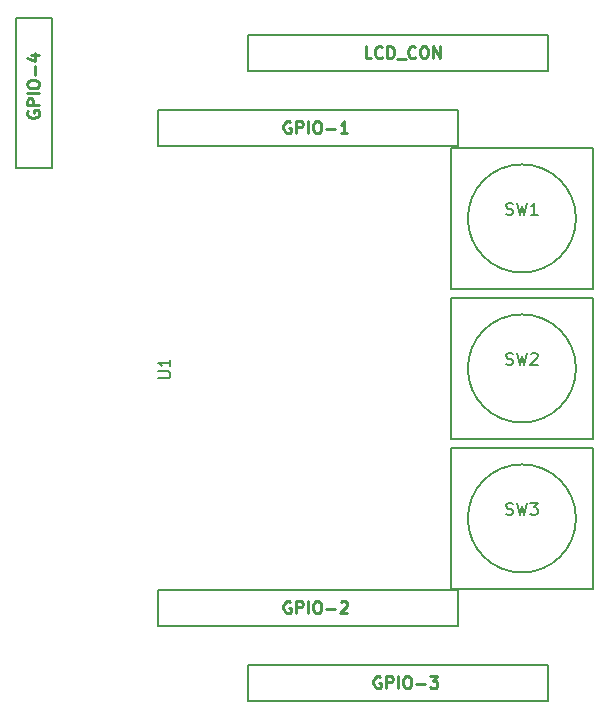
<source format=gto>
G04 #@! TF.FileFunction,Legend,Top*
%FSLAX46Y46*%
G04 Gerber Fmt 4.6, Leading zero omitted, Abs format (unit mm)*
G04 Created by KiCad (PCBNEW 4.0.2-4+6225~38~ubuntu14.04.1-stable) date Tue 08 Mar 2016 14:25:17 CET*
%MOMM*%
G01*
G04 APERTURE LIST*
%ADD10C,0.150000*%
%ADD11C,0.200000*%
%ADD12C,0.254000*%
G04 APERTURE END LIST*
D10*
D11*
X190055500Y-125285500D02*
X190055500Y-137985500D01*
X193103500Y-125285500D02*
X190055500Y-125285500D01*
X193103500Y-137985500D02*
X193103500Y-125285500D01*
X190055500Y-137985500D02*
X193103500Y-137985500D01*
X235140500Y-180022500D02*
X209740500Y-180022500D01*
X235140500Y-183070500D02*
X235140500Y-180022500D01*
X209740500Y-183070500D02*
X235140500Y-183070500D01*
X209740500Y-180022500D02*
X209740500Y-183070500D01*
X227520500Y-173672500D02*
X202120500Y-173672500D01*
X227520500Y-176720500D02*
X227520500Y-173672500D01*
X202120500Y-176720500D02*
X227520500Y-176720500D01*
X202120500Y-173672500D02*
X202120500Y-176720500D01*
X235140500Y-126682500D02*
X209740500Y-126682500D01*
X235140500Y-129730500D02*
X235140500Y-126682500D01*
X209740500Y-129730500D02*
X235140500Y-129730500D01*
X209740500Y-126682500D02*
X209740500Y-129730500D01*
X227520500Y-133032500D02*
X202120500Y-133032500D01*
X227520500Y-136080500D02*
X227520500Y-133032500D01*
X202120500Y-136080500D02*
X227520500Y-136080500D01*
X202120500Y-133032500D02*
X202120500Y-136080500D01*
D12*
X220181714Y-128666119D02*
X219697905Y-128666119D01*
X219697905Y-127650119D01*
X221100952Y-128569357D02*
X221052571Y-128617738D01*
X220907428Y-128666119D01*
X220810666Y-128666119D01*
X220665524Y-128617738D01*
X220568762Y-128520976D01*
X220520381Y-128424214D01*
X220472000Y-128230690D01*
X220472000Y-128085548D01*
X220520381Y-127892024D01*
X220568762Y-127795262D01*
X220665524Y-127698500D01*
X220810666Y-127650119D01*
X220907428Y-127650119D01*
X221052571Y-127698500D01*
X221100952Y-127746881D01*
X221536381Y-128666119D02*
X221536381Y-127650119D01*
X221778286Y-127650119D01*
X221923428Y-127698500D01*
X222020190Y-127795262D01*
X222068571Y-127892024D01*
X222116952Y-128085548D01*
X222116952Y-128230690D01*
X222068571Y-128424214D01*
X222020190Y-128520976D01*
X221923428Y-128617738D01*
X221778286Y-128666119D01*
X221536381Y-128666119D01*
X222310476Y-128762881D02*
X223084571Y-128762881D01*
X223907047Y-128569357D02*
X223858666Y-128617738D01*
X223713523Y-128666119D01*
X223616761Y-128666119D01*
X223471619Y-128617738D01*
X223374857Y-128520976D01*
X223326476Y-128424214D01*
X223278095Y-128230690D01*
X223278095Y-128085548D01*
X223326476Y-127892024D01*
X223374857Y-127795262D01*
X223471619Y-127698500D01*
X223616761Y-127650119D01*
X223713523Y-127650119D01*
X223858666Y-127698500D01*
X223907047Y-127746881D01*
X224536000Y-127650119D02*
X224729523Y-127650119D01*
X224826285Y-127698500D01*
X224923047Y-127795262D01*
X224971428Y-127988786D01*
X224971428Y-128327452D01*
X224923047Y-128520976D01*
X224826285Y-128617738D01*
X224729523Y-128666119D01*
X224536000Y-128666119D01*
X224439238Y-128617738D01*
X224342476Y-128520976D01*
X224294095Y-128327452D01*
X224294095Y-127988786D01*
X224342476Y-127795262D01*
X224439238Y-127698500D01*
X224536000Y-127650119D01*
X225406857Y-128666119D02*
X225406857Y-127650119D01*
X225987428Y-128666119D01*
X225987428Y-127650119D01*
X191071500Y-133147405D02*
X191023119Y-133244167D01*
X191023119Y-133389310D01*
X191071500Y-133534452D01*
X191168262Y-133631214D01*
X191265024Y-133679595D01*
X191458548Y-133727976D01*
X191603690Y-133727976D01*
X191797214Y-133679595D01*
X191893976Y-133631214D01*
X191990738Y-133534452D01*
X192039119Y-133389310D01*
X192039119Y-133292548D01*
X191990738Y-133147405D01*
X191942357Y-133099024D01*
X191603690Y-133099024D01*
X191603690Y-133292548D01*
X192039119Y-132663595D02*
X191023119Y-132663595D01*
X191023119Y-132276548D01*
X191071500Y-132179786D01*
X191119881Y-132131405D01*
X191216643Y-132083024D01*
X191361786Y-132083024D01*
X191458548Y-132131405D01*
X191506929Y-132179786D01*
X191555310Y-132276548D01*
X191555310Y-132663595D01*
X192039119Y-131647595D02*
X191023119Y-131647595D01*
X191023119Y-130970261D02*
X191023119Y-130776738D01*
X191071500Y-130679976D01*
X191168262Y-130583214D01*
X191361786Y-130534833D01*
X191700452Y-130534833D01*
X191893976Y-130583214D01*
X191990738Y-130679976D01*
X192039119Y-130776738D01*
X192039119Y-130970261D01*
X191990738Y-131067023D01*
X191893976Y-131163785D01*
X191700452Y-131212166D01*
X191361786Y-131212166D01*
X191168262Y-131163785D01*
X191071500Y-131067023D01*
X191023119Y-130970261D01*
X191652071Y-130099404D02*
X191652071Y-129325309D01*
X191361786Y-128406071D02*
X192039119Y-128406071D01*
X190974738Y-128647975D02*
X191700452Y-128889880D01*
X191700452Y-128260928D01*
X220928595Y-181038500D02*
X220831833Y-180990119D01*
X220686690Y-180990119D01*
X220541548Y-181038500D01*
X220444786Y-181135262D01*
X220396405Y-181232024D01*
X220348024Y-181425548D01*
X220348024Y-181570690D01*
X220396405Y-181764214D01*
X220444786Y-181860976D01*
X220541548Y-181957738D01*
X220686690Y-182006119D01*
X220783452Y-182006119D01*
X220928595Y-181957738D01*
X220976976Y-181909357D01*
X220976976Y-181570690D01*
X220783452Y-181570690D01*
X221412405Y-182006119D02*
X221412405Y-180990119D01*
X221799452Y-180990119D01*
X221896214Y-181038500D01*
X221944595Y-181086881D01*
X221992976Y-181183643D01*
X221992976Y-181328786D01*
X221944595Y-181425548D01*
X221896214Y-181473929D01*
X221799452Y-181522310D01*
X221412405Y-181522310D01*
X222428405Y-182006119D02*
X222428405Y-180990119D01*
X223105739Y-180990119D02*
X223299262Y-180990119D01*
X223396024Y-181038500D01*
X223492786Y-181135262D01*
X223541167Y-181328786D01*
X223541167Y-181667452D01*
X223492786Y-181860976D01*
X223396024Y-181957738D01*
X223299262Y-182006119D01*
X223105739Y-182006119D01*
X223008977Y-181957738D01*
X222912215Y-181860976D01*
X222863834Y-181667452D01*
X222863834Y-181328786D01*
X222912215Y-181135262D01*
X223008977Y-181038500D01*
X223105739Y-180990119D01*
X223976596Y-181619071D02*
X224750691Y-181619071D01*
X225137739Y-180990119D02*
X225766691Y-180990119D01*
X225428025Y-181377167D01*
X225573167Y-181377167D01*
X225669929Y-181425548D01*
X225718310Y-181473929D01*
X225766691Y-181570690D01*
X225766691Y-181812595D01*
X225718310Y-181909357D01*
X225669929Y-181957738D01*
X225573167Y-182006119D01*
X225282882Y-182006119D01*
X225186120Y-181957738D01*
X225137739Y-181909357D01*
X213308595Y-174688500D02*
X213211833Y-174640119D01*
X213066690Y-174640119D01*
X212921548Y-174688500D01*
X212824786Y-174785262D01*
X212776405Y-174882024D01*
X212728024Y-175075548D01*
X212728024Y-175220690D01*
X212776405Y-175414214D01*
X212824786Y-175510976D01*
X212921548Y-175607738D01*
X213066690Y-175656119D01*
X213163452Y-175656119D01*
X213308595Y-175607738D01*
X213356976Y-175559357D01*
X213356976Y-175220690D01*
X213163452Y-175220690D01*
X213792405Y-175656119D02*
X213792405Y-174640119D01*
X214179452Y-174640119D01*
X214276214Y-174688500D01*
X214324595Y-174736881D01*
X214372976Y-174833643D01*
X214372976Y-174978786D01*
X214324595Y-175075548D01*
X214276214Y-175123929D01*
X214179452Y-175172310D01*
X213792405Y-175172310D01*
X214808405Y-175656119D02*
X214808405Y-174640119D01*
X215485739Y-174640119D02*
X215679262Y-174640119D01*
X215776024Y-174688500D01*
X215872786Y-174785262D01*
X215921167Y-174978786D01*
X215921167Y-175317452D01*
X215872786Y-175510976D01*
X215776024Y-175607738D01*
X215679262Y-175656119D01*
X215485739Y-175656119D01*
X215388977Y-175607738D01*
X215292215Y-175510976D01*
X215243834Y-175317452D01*
X215243834Y-174978786D01*
X215292215Y-174785262D01*
X215388977Y-174688500D01*
X215485739Y-174640119D01*
X216356596Y-175269071D02*
X217130691Y-175269071D01*
X217566120Y-174736881D02*
X217614501Y-174688500D01*
X217711263Y-174640119D01*
X217953167Y-174640119D01*
X218049929Y-174688500D01*
X218098310Y-174736881D01*
X218146691Y-174833643D01*
X218146691Y-174930405D01*
X218098310Y-175075548D01*
X217517739Y-175656119D01*
X218146691Y-175656119D01*
X213308595Y-134048500D02*
X213211833Y-134000119D01*
X213066690Y-134000119D01*
X212921548Y-134048500D01*
X212824786Y-134145262D01*
X212776405Y-134242024D01*
X212728024Y-134435548D01*
X212728024Y-134580690D01*
X212776405Y-134774214D01*
X212824786Y-134870976D01*
X212921548Y-134967738D01*
X213066690Y-135016119D01*
X213163452Y-135016119D01*
X213308595Y-134967738D01*
X213356976Y-134919357D01*
X213356976Y-134580690D01*
X213163452Y-134580690D01*
X213792405Y-135016119D02*
X213792405Y-134000119D01*
X214179452Y-134000119D01*
X214276214Y-134048500D01*
X214324595Y-134096881D01*
X214372976Y-134193643D01*
X214372976Y-134338786D01*
X214324595Y-134435548D01*
X214276214Y-134483929D01*
X214179452Y-134532310D01*
X213792405Y-134532310D01*
X214808405Y-135016119D02*
X214808405Y-134000119D01*
X215485739Y-134000119D02*
X215679262Y-134000119D01*
X215776024Y-134048500D01*
X215872786Y-134145262D01*
X215921167Y-134338786D01*
X215921167Y-134677452D01*
X215872786Y-134870976D01*
X215776024Y-134967738D01*
X215679262Y-135016119D01*
X215485739Y-135016119D01*
X215388977Y-134967738D01*
X215292215Y-134870976D01*
X215243834Y-134677452D01*
X215243834Y-134338786D01*
X215292215Y-134145262D01*
X215388977Y-134048500D01*
X215485739Y-134000119D01*
X216356596Y-134629071D02*
X217130691Y-134629071D01*
X218146691Y-135016119D02*
X217566120Y-135016119D01*
X217856406Y-135016119D02*
X217856406Y-134000119D01*
X217759644Y-134145262D01*
X217662882Y-134242024D01*
X217566120Y-134290405D01*
D10*
X237497050Y-142240000D02*
G75*
G03X237497050Y-142240000I-4579050J0D01*
G01*
X226918000Y-136240000D02*
X238918000Y-136240000D01*
X238918000Y-136240000D02*
X238918000Y-148240000D01*
X238918000Y-148240000D02*
X226918000Y-148240000D01*
X226918000Y-148240000D02*
X226918000Y-136240000D01*
X237497050Y-154940000D02*
G75*
G03X237497050Y-154940000I-4579050J0D01*
G01*
X226918000Y-148940000D02*
X238918000Y-148940000D01*
X238918000Y-148940000D02*
X238918000Y-160940000D01*
X238918000Y-160940000D02*
X226918000Y-160940000D01*
X226918000Y-160940000D02*
X226918000Y-148940000D01*
X237497050Y-167640000D02*
G75*
G03X237497050Y-167640000I-4579050J0D01*
G01*
X226918000Y-161640000D02*
X238918000Y-161640000D01*
X238918000Y-161640000D02*
X238918000Y-173640000D01*
X238918000Y-173640000D02*
X226918000Y-173640000D01*
X226918000Y-173640000D02*
X226918000Y-161640000D01*
X202136381Y-155765905D02*
X202945905Y-155765905D01*
X203041143Y-155718286D01*
X203088762Y-155670667D01*
X203136381Y-155575429D01*
X203136381Y-155384952D01*
X203088762Y-155289714D01*
X203041143Y-155242095D01*
X202945905Y-155194476D01*
X202136381Y-155194476D01*
X203136381Y-154194476D02*
X203136381Y-154765905D01*
X203136381Y-154480191D02*
X202136381Y-154480191D01*
X202279238Y-154575429D01*
X202374476Y-154670667D01*
X202422095Y-154765905D01*
X231584667Y-141882762D02*
X231727524Y-141930381D01*
X231965620Y-141930381D01*
X232060858Y-141882762D01*
X232108477Y-141835143D01*
X232156096Y-141739905D01*
X232156096Y-141644667D01*
X232108477Y-141549429D01*
X232060858Y-141501810D01*
X231965620Y-141454190D01*
X231775143Y-141406571D01*
X231679905Y-141358952D01*
X231632286Y-141311333D01*
X231584667Y-141216095D01*
X231584667Y-141120857D01*
X231632286Y-141025619D01*
X231679905Y-140978000D01*
X231775143Y-140930381D01*
X232013239Y-140930381D01*
X232156096Y-140978000D01*
X232489429Y-140930381D02*
X232727524Y-141930381D01*
X232918001Y-141216095D01*
X233108477Y-141930381D01*
X233346572Y-140930381D01*
X234251334Y-141930381D02*
X233679905Y-141930381D01*
X233965619Y-141930381D02*
X233965619Y-140930381D01*
X233870381Y-141073238D01*
X233775143Y-141168476D01*
X233679905Y-141216095D01*
X231584667Y-154582762D02*
X231727524Y-154630381D01*
X231965620Y-154630381D01*
X232060858Y-154582762D01*
X232108477Y-154535143D01*
X232156096Y-154439905D01*
X232156096Y-154344667D01*
X232108477Y-154249429D01*
X232060858Y-154201810D01*
X231965620Y-154154190D01*
X231775143Y-154106571D01*
X231679905Y-154058952D01*
X231632286Y-154011333D01*
X231584667Y-153916095D01*
X231584667Y-153820857D01*
X231632286Y-153725619D01*
X231679905Y-153678000D01*
X231775143Y-153630381D01*
X232013239Y-153630381D01*
X232156096Y-153678000D01*
X232489429Y-153630381D02*
X232727524Y-154630381D01*
X232918001Y-153916095D01*
X233108477Y-154630381D01*
X233346572Y-153630381D01*
X233679905Y-153725619D02*
X233727524Y-153678000D01*
X233822762Y-153630381D01*
X234060858Y-153630381D01*
X234156096Y-153678000D01*
X234203715Y-153725619D01*
X234251334Y-153820857D01*
X234251334Y-153916095D01*
X234203715Y-154058952D01*
X233632286Y-154630381D01*
X234251334Y-154630381D01*
X231584667Y-167282762D02*
X231727524Y-167330381D01*
X231965620Y-167330381D01*
X232060858Y-167282762D01*
X232108477Y-167235143D01*
X232156096Y-167139905D01*
X232156096Y-167044667D01*
X232108477Y-166949429D01*
X232060858Y-166901810D01*
X231965620Y-166854190D01*
X231775143Y-166806571D01*
X231679905Y-166758952D01*
X231632286Y-166711333D01*
X231584667Y-166616095D01*
X231584667Y-166520857D01*
X231632286Y-166425619D01*
X231679905Y-166378000D01*
X231775143Y-166330381D01*
X232013239Y-166330381D01*
X232156096Y-166378000D01*
X232489429Y-166330381D02*
X232727524Y-167330381D01*
X232918001Y-166616095D01*
X233108477Y-167330381D01*
X233346572Y-166330381D01*
X233632286Y-166330381D02*
X234251334Y-166330381D01*
X233918000Y-166711333D01*
X234060858Y-166711333D01*
X234156096Y-166758952D01*
X234203715Y-166806571D01*
X234251334Y-166901810D01*
X234251334Y-167139905D01*
X234203715Y-167235143D01*
X234156096Y-167282762D01*
X234060858Y-167330381D01*
X233775143Y-167330381D01*
X233679905Y-167282762D01*
X233632286Y-167235143D01*
M02*

</source>
